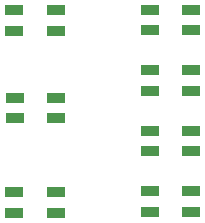
<source format=gbr>
%TF.GenerationSoftware,KiCad,Pcbnew,9.0.1*%
%TF.CreationDate,2025-05-27T18:47:11-04:00*%
%TF.ProjectId,hackpad,6861636b-7061-4642-9e6b-696361645f70,rev?*%
%TF.SameCoordinates,Original*%
%TF.FileFunction,Paste,Top*%
%TF.FilePolarity,Positive*%
%FSLAX46Y46*%
G04 Gerber Fmt 4.6, Leading zero omitted, Abs format (unit mm)*
G04 Created by KiCad (PCBNEW 9.0.1) date 2025-05-27 18:47:11*
%MOMM*%
%LPD*%
G01*
G04 APERTURE LIST*
%ADD10R,1.600000X0.850000*%
G04 APERTURE END LIST*
D10*
%TO.C,D3*%
X114100000Y-95030000D03*
X114100000Y-96780000D03*
X117600000Y-96780000D03*
X117600000Y-95030000D03*
%TD*%
%TO.C,D2*%
X114100000Y-89910000D03*
X114100000Y-91660000D03*
X117600000Y-91660000D03*
X117600000Y-89910000D03*
%TD*%
%TO.C,D14*%
X102650000Y-84825000D03*
X102650000Y-86575000D03*
X106150000Y-86575000D03*
X106150000Y-84825000D03*
%TD*%
%TO.C,D16*%
X102650000Y-100225000D03*
X102650000Y-101975000D03*
X106150000Y-101975000D03*
X106150000Y-100225000D03*
%TD*%
%TO.C,D15*%
X102700000Y-92230000D03*
X102700000Y-93980000D03*
X106200000Y-93980000D03*
X106200000Y-92230000D03*
%TD*%
%TO.C,D1*%
X114100000Y-84790000D03*
X114100000Y-86540000D03*
X117600000Y-86540000D03*
X117600000Y-84790000D03*
%TD*%
%TO.C,D4*%
X114100000Y-100150000D03*
X114100000Y-101900000D03*
X117600000Y-101900000D03*
X117600000Y-100150000D03*
%TD*%
M02*

</source>
